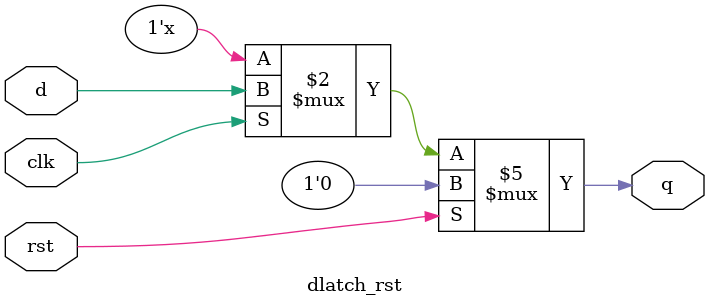
<source format=v>
module dlatch_rst(
	input d,
	input clk,
	input rst,
	output reg q
);

always@(clk or rst)begin
	if(rst)begin
		q<=0;
	end
	else if(clk)begin
		q<=d;
	end
end
endmodule


</source>
